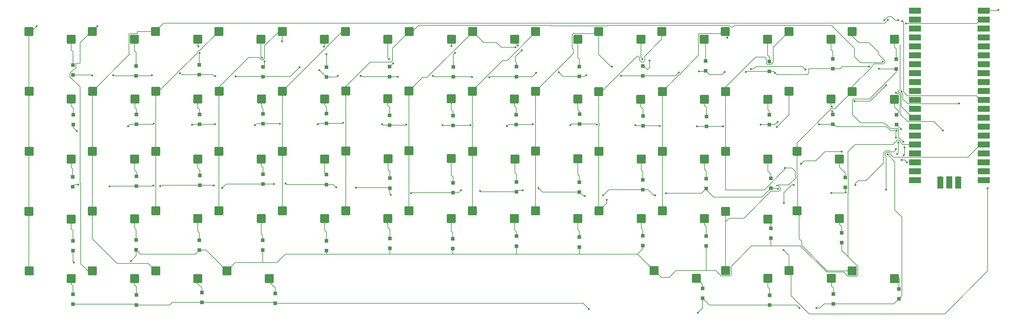
<source format=gbr>
%TF.GenerationSoftware,KiCad,Pcbnew,9.0.6*%
%TF.CreationDate,2025-12-29T17:27:32-05:00*%
%TF.ProjectId,keyboardepi pico,6b657962-6f61-4726-9465-706920706963,rev?*%
%TF.SameCoordinates,Original*%
%TF.FileFunction,Copper,L2,Bot*%
%TF.FilePolarity,Positive*%
%FSLAX46Y46*%
G04 Gerber Fmt 4.6, Leading zero omitted, Abs format (unit mm)*
G04 Created by KiCad (PCBNEW 9.0.6) date 2025-12-29 17:27:32*
%MOMM*%
%LPD*%
G01*
G04 APERTURE LIST*
G04 Aperture macros list*
%AMRoundRect*
0 Rectangle with rounded corners*
0 $1 Rounding radius*
0 $2 $3 $4 $5 $6 $7 $8 $9 X,Y pos of 4 corners*
0 Add a 4 corners polygon primitive as box body*
4,1,4,$2,$3,$4,$5,$6,$7,$8,$9,$2,$3,0*
0 Add four circle primitives for the rounded corners*
1,1,$1+$1,$2,$3*
1,1,$1+$1,$4,$5*
1,1,$1+$1,$6,$7*
1,1,$1+$1,$8,$9*
0 Add four rect primitives between the rounded corners*
20,1,$1+$1,$2,$3,$4,$5,0*
20,1,$1+$1,$4,$5,$6,$7,0*
20,1,$1+$1,$6,$7,$8,$9,0*
20,1,$1+$1,$8,$9,$2,$3,0*%
G04 Aperture macros list end*
%TA.AperFunction,SMDPad,CuDef*%
%ADD10RoundRect,0.250000X-1.025000X-1.000000X1.025000X-1.000000X1.025000X1.000000X-1.025000X1.000000X0*%
%TD*%
%TA.AperFunction,SMDPad,CuDef*%
%ADD11RoundRect,0.250000X0.300000X-0.300000X0.300000X0.300000X-0.300000X0.300000X-0.300000X-0.300000X0*%
%TD*%
%TA.AperFunction,ComponentPad*%
%ADD12O,1.700000X1.700000*%
%TD*%
%TA.AperFunction,SMDPad,CuDef*%
%ADD13R,3.500000X1.700000*%
%TD*%
%TA.AperFunction,ComponentPad*%
%ADD14R,1.700000X1.700000*%
%TD*%
%TA.AperFunction,SMDPad,CuDef*%
%ADD15R,1.700000X3.500000*%
%TD*%
%TA.AperFunction,ViaPad*%
%ADD16C,0.600000*%
%TD*%
%TA.AperFunction,Conductor*%
%ADD17C,0.200000*%
%TD*%
G04 APERTURE END LIST*
D10*
%TO.P,S41,1,1*%
%TO.N,col10*%
X179000000Y-54000000D03*
%TO.P,S41,2,2*%
%TO.N,Net-(D41-A)*%
X191000000Y-56200000D03*
%TD*%
%TO.P,S24,1,1*%
%TO.N,col8*%
X143000000Y-36900000D03*
%TO.P,S24,2,2*%
%TO.N,Net-(D24-A)*%
X155000000Y-39100000D03*
%TD*%
%TO.P,S4,1,1*%
%TO.N,col3*%
X70949000Y-19890000D03*
%TO.P,S4,2,2*%
%TO.N,Net-(D4-A)*%
X82949000Y-22090000D03*
%TD*%
%TO.P,S15,1,1*%
%TO.N,col14*%
X251000000Y-19900000D03*
%TO.P,S15,2,2*%
%TO.N,Net-(D15-A)*%
X263000000Y-22100000D03*
%TD*%
%TO.P,S10,1,1*%
%TO.N,col9*%
X178910000Y-19900000D03*
%TO.P,S10,2,2*%
%TO.N,Net-(D10-A)*%
X190910000Y-22100000D03*
%TD*%
%TO.P,S52,1,1*%
%TO.N,col6*%
X107000000Y-71000000D03*
%TO.P,S52,2,2*%
%TO.N,Net-(D52-A)*%
X119000000Y-73200000D03*
%TD*%
%TO.P,S31,1,1*%
%TO.N,col0*%
X17000000Y-54000000D03*
%TO.P,S31,2,2*%
%TO.N,Net-(D31-A)*%
X29000000Y-56200000D03*
%TD*%
%TO.P,S5,1,1*%
%TO.N,col4*%
X88979000Y-19890000D03*
%TO.P,S5,2,2*%
%TO.N,Net-(D5-A)*%
X100979000Y-22090000D03*
%TD*%
%TO.P,S58,1,1*%
%TO.N,col12*%
X215000000Y-71100000D03*
%TO.P,S58,2,2*%
%TO.N,Net-(D58-A)*%
X227000000Y-73300000D03*
%TD*%
%TO.P,S56,1,1*%
%TO.N,col10*%
X178990000Y-71000000D03*
%TO.P,S56,2,2*%
%TO.N,Net-(D56-A)*%
X190990000Y-73200000D03*
%TD*%
%TO.P,S19,1,1*%
%TO.N,col3*%
X53000000Y-36950000D03*
%TO.P,S19,2,2*%
%TO.N,Net-(D19-A)*%
X65000000Y-39150000D03*
%TD*%
%TO.P,S73,1,1*%
%TO.N,col12*%
X215000000Y-88000000D03*
%TO.P,S73,2,2*%
%TO.N,Net-(D73-A)*%
X227000000Y-90200000D03*
%TD*%
%TO.P,S22,1,1*%
%TO.N,col6*%
X107000000Y-36850000D03*
%TO.P,S22,2,2*%
%TO.N,Net-(D22-A)*%
X119000000Y-39050000D03*
%TD*%
%TO.P,S45,1,1*%
%TO.N,col14*%
X235300000Y-54050000D03*
%TO.P,S45,2,2*%
%TO.N,Net-(D45-A)*%
X247300000Y-56250000D03*
%TD*%
%TO.P,S75,1,1*%
%TO.N,col14*%
X251010000Y-88050000D03*
%TO.P,S75,2,2*%
%TO.N,Net-(D75-A)*%
X263010000Y-90250000D03*
%TD*%
%TO.P,S34,1,1*%
%TO.N,col3*%
X53000000Y-54000000D03*
%TO.P,S34,2,2*%
%TO.N,Net-(D34-A)*%
X65000000Y-56200000D03*
%TD*%
%TO.P,S42,1,1*%
%TO.N,col11*%
X197000000Y-54000000D03*
%TO.P,S42,2,2*%
%TO.N,Net-(D42-A)*%
X209000000Y-56200000D03*
%TD*%
%TO.P,S20,1,1*%
%TO.N,col4*%
X71080000Y-36900000D03*
%TO.P,S20,2,2*%
%TO.N,Net-(D20-A)*%
X83080000Y-39100000D03*
%TD*%
%TO.P,S11,1,1*%
%TO.N,col10*%
X196900000Y-19900000D03*
%TO.P,S11,2,2*%
%TO.N,Net-(D11-A)*%
X208900000Y-22100000D03*
%TD*%
%TO.P,S62,1,1*%
%TO.N,col1*%
X35000000Y-88100000D03*
%TO.P,S62,2,2*%
%TO.N,Net-(D62-A)*%
X47000000Y-90300000D03*
%TD*%
%TO.P,S53,1,1*%
%TO.N,col7*%
X125000000Y-71000000D03*
%TO.P,S53,2,2*%
%TO.N,Net-(D53-A)*%
X137000000Y-73200000D03*
%TD*%
%TO.P,S46,1,1*%
%TO.N,col0*%
X16980000Y-71100000D03*
%TO.P,S46,2,2*%
%TO.N,Net-(D46-A)*%
X28980000Y-73300000D03*
%TD*%
%TO.P,S50,1,1*%
%TO.N,col4*%
X71000000Y-71000000D03*
%TO.P,S50,2,2*%
%TO.N,Net-(D50-A)*%
X83000000Y-73200000D03*
%TD*%
%TO.P,S49,1,1*%
%TO.N,col3*%
X53000000Y-71000000D03*
%TO.P,S49,2,2*%
%TO.N,Net-(D49-A)*%
X65000000Y-73200000D03*
%TD*%
%TO.P,S38,1,1*%
%TO.N,col7*%
X125000000Y-53900000D03*
%TO.P,S38,2,2*%
%TO.N,Net-(D38-A)*%
X137000000Y-56100000D03*
%TD*%
%TO.P,S43,1,1*%
%TO.N,col12*%
X214990000Y-54050000D03*
%TO.P,S43,2,2*%
%TO.N,Net-(D43-A)*%
X226990000Y-56250000D03*
%TD*%
%TO.P,S6,1,1*%
%TO.N,col5*%
X106979000Y-19890000D03*
%TO.P,S6,2,2*%
%TO.N,Net-(D6-A)*%
X118979000Y-22090000D03*
%TD*%
%TO.P,S13,1,1*%
%TO.N,col12*%
X233000000Y-19910000D03*
%TO.P,S13,2,2*%
%TO.N,Net-(D13-A)*%
X245000000Y-22110000D03*
%TD*%
%TO.P,S57,1,1*%
%TO.N,col11*%
X197000000Y-70950000D03*
%TO.P,S57,2,2*%
%TO.N,Net-(D57-A)*%
X209000000Y-73150000D03*
%TD*%
%TO.P,S61,1,1*%
%TO.N,col0*%
X17000000Y-88100000D03*
%TO.P,S61,2,2*%
%TO.N,Net-(D61-A)*%
X29000000Y-90300000D03*
%TD*%
%TO.P,S26,1,1*%
%TO.N,col10*%
X178900000Y-37000000D03*
%TO.P,S26,2,2*%
%TO.N,Net-(D26-A)*%
X190900000Y-39200000D03*
%TD*%
%TO.P,S23,1,1*%
%TO.N,col7*%
X125000000Y-36850000D03*
%TO.P,S23,2,2*%
%TO.N,Net-(D23-A)*%
X137000000Y-39050000D03*
%TD*%
%TO.P,S40,1,1*%
%TO.N,col9*%
X161010000Y-53950000D03*
%TO.P,S40,2,2*%
%TO.N,Net-(D40-A)*%
X173010000Y-56150000D03*
%TD*%
%TO.P,S51,1,1*%
%TO.N,col5*%
X89000000Y-71000000D03*
%TO.P,S51,2,2*%
%TO.N,Net-(D51-A)*%
X101000000Y-73200000D03*
%TD*%
%TO.P,S60,1,1*%
%TO.N,col14*%
X235300000Y-71000000D03*
%TO.P,S60,2,2*%
%TO.N,Net-(D60-A)*%
X247300000Y-73200000D03*
%TD*%
%TO.P,S63,1,1*%
%TO.N,col2*%
X53000000Y-88100000D03*
%TO.P,S63,2,2*%
%TO.N,Net-(D63-A)*%
X65000000Y-90300000D03*
%TD*%
%TO.P,S18,1,1*%
%TO.N,col2*%
X35080000Y-36900000D03*
%TO.P,S18,2,2*%
%TO.N,Net-(D18-A)*%
X47080000Y-39100000D03*
%TD*%
%TO.P,S28,1,1*%
%TO.N,col12*%
X215000000Y-37000000D03*
%TO.P,S28,2,2*%
%TO.N,Net-(D28-A)*%
X227000000Y-39200000D03*
%TD*%
%TO.P,S37,1,1*%
%TO.N,col6*%
X107050000Y-53950000D03*
%TO.P,S37,2,2*%
%TO.N,Net-(D37-A)*%
X119050000Y-56150000D03*
%TD*%
%TO.P,S7,1,1*%
%TO.N,col6*%
X125080000Y-19880000D03*
%TO.P,S7,2,2*%
%TO.N,Net-(D7-A)*%
X137080000Y-22080000D03*
%TD*%
%TO.P,S33,1,1*%
%TO.N,col2*%
X35010000Y-54000000D03*
%TO.P,S33,2,2*%
%TO.N,Net-(D33-A)*%
X47010000Y-56200000D03*
%TD*%
%TO.P,S39,1,1*%
%TO.N,col8*%
X143100000Y-54000000D03*
%TO.P,S39,2,2*%
%TO.N,Net-(D39-A)*%
X155100000Y-56200000D03*
%TD*%
%TO.P,S17,1,1*%
%TO.N,row3*%
X194706250Y-88000000D03*
%TO.P,S17,2,2*%
%TO.N,Net-(D68-A)*%
X206706250Y-90200000D03*
%TD*%
%TO.P,S1,1,1*%
%TO.N,col0*%
X16949000Y-19890000D03*
%TO.P,S1,2,2*%
%TO.N,Net-(D1-A)*%
X28949000Y-22090000D03*
%TD*%
%TO.P,S30,1,1*%
%TO.N,col14*%
X251000000Y-37000000D03*
%TO.P,S30,2,2*%
%TO.N,Net-(D30-A)*%
X263000000Y-39200000D03*
%TD*%
%TO.P,S54,1,1*%
%TO.N,col8*%
X143000000Y-71000000D03*
%TO.P,S54,2,2*%
%TO.N,Net-(D54-A)*%
X155000000Y-73200000D03*
%TD*%
%TO.P,S14,1,1*%
%TO.N,col13*%
X233000000Y-36950000D03*
%TO.P,S14,2,2*%
%TO.N,Net-(D120-A)*%
X245000000Y-39150000D03*
%TD*%
%TO.P,S29,1,1*%
%TO.N,row3*%
X73243750Y-88050000D03*
%TO.P,S29,2,2*%
%TO.N,Net-(D121-A)*%
X85243750Y-90250000D03*
%TD*%
%TO.P,S25,1,1*%
%TO.N,col9*%
X161000000Y-36950000D03*
%TO.P,S25,2,2*%
%TO.N,Net-(D25-A)*%
X173000000Y-39150000D03*
%TD*%
%TO.P,S8,1,1*%
%TO.N,col7*%
X143079000Y-19890000D03*
%TO.P,S8,2,2*%
%TO.N,Net-(D8-A)*%
X155079000Y-22090000D03*
%TD*%
%TO.P,S16,1,1*%
%TO.N,col0*%
X17000000Y-36900000D03*
%TO.P,S16,2,2*%
%TO.N,Net-(D16-A)*%
X29000000Y-39100000D03*
%TD*%
%TO.P,S48,1,1*%
%TO.N,col2*%
X35010000Y-71050000D03*
%TO.P,S48,2,2*%
%TO.N,Net-(D48-A)*%
X47010000Y-73250000D03*
%TD*%
%TO.P,S3,1,1*%
%TO.N,col2*%
X52959000Y-19890000D03*
%TO.P,S3,2,2*%
%TO.N,Net-(D3-A)*%
X64959000Y-22090000D03*
%TD*%
%TO.P,S12,1,1*%
%TO.N,col11*%
X214900000Y-19900000D03*
%TO.P,S12,2,2*%
%TO.N,Net-(D12-A)*%
X226900000Y-22100000D03*
%TD*%
%TO.P,S2,1,1*%
%TO.N,col1*%
X34949000Y-19890000D03*
%TO.P,S2,2,2*%
%TO.N,Net-(D2-A)*%
X46949000Y-22090000D03*
%TD*%
%TO.P,S21,1,1*%
%TO.N,col5*%
X89000000Y-36900000D03*
%TO.P,S21,2,2*%
%TO.N,Net-(D21-A)*%
X101000000Y-39100000D03*
%TD*%
%TO.P,S27,1,1*%
%TO.N,col11*%
X197000000Y-37000000D03*
%TO.P,S27,2,2*%
%TO.N,Net-(D27-A)*%
X209000000Y-39200000D03*
%TD*%
%TO.P,S35,1,1*%
%TO.N,col4*%
X71000000Y-54000000D03*
%TO.P,S35,2,2*%
%TO.N,Net-(D35-A)*%
X83000000Y-56200000D03*
%TD*%
%TO.P,S74,1,1*%
%TO.N,col13*%
X233010000Y-88000000D03*
%TO.P,S74,2,2*%
%TO.N,Net-(D74-A)*%
X245010000Y-90200000D03*
%TD*%
%TO.P,S36,1,1*%
%TO.N,col5*%
X89000000Y-54000000D03*
%TO.P,S36,2,2*%
%TO.N,Net-(D36-A)*%
X101000000Y-56200000D03*
%TD*%
%TO.P,S9,1,1*%
%TO.N,col8*%
X160979000Y-19900000D03*
%TO.P,S9,2,2*%
%TO.N,Net-(D9-A)*%
X172979000Y-22100000D03*
%TD*%
%TO.P,S55,1,1*%
%TO.N,col9*%
X161000000Y-71000000D03*
%TO.P,S55,2,2*%
%TO.N,Net-(D55-A)*%
X173000000Y-73200000D03*
%TD*%
D11*
%TO.P,D15,1,K*%
%TO.N,row0*%
X263499600Y-30584600D03*
%TO.P,D15,2,A*%
%TO.N,Net-(D15-A)*%
X263499600Y-27784600D03*
%TD*%
%TO.P,D31,1,K*%
%TO.N,row2*%
X29413200Y-64087200D03*
%TO.P,D31,2,A*%
%TO.N,Net-(D31-A)*%
X29413200Y-61287200D03*
%TD*%
%TO.P,D68,1,K*%
%TO.N,row4*%
X208457800Y-95888000D03*
%TO.P,D68,2,A*%
%TO.N,Net-(D68-A)*%
X208457800Y-93088000D03*
%TD*%
%TO.P,D12,1,K*%
%TO.N,row0*%
X227406200Y-31245000D03*
%TO.P,D12,2,A*%
%TO.N,Net-(D12-A)*%
X227406200Y-28445000D03*
%TD*%
%TO.P,D7,1,K*%
%TO.N,row0*%
X137591800Y-32769000D03*
%TO.P,D7,2,A*%
%TO.N,Net-(D7-A)*%
X137591800Y-29969000D03*
%TD*%
%TO.P,D37,1,K*%
%TO.N,row2*%
X119557800Y-64493600D03*
%TO.P,D37,2,A*%
%TO.N,Net-(D37-A)*%
X119557800Y-61693600D03*
%TD*%
%TO.P,D2,1,K*%
%TO.N,row0*%
X47421800Y-32515000D03*
%TO.P,D2,2,A*%
%TO.N,Net-(D2-A)*%
X47421800Y-29715000D03*
%TD*%
%TO.P,D5,1,K*%
%TO.N,row0*%
X101498400Y-32845200D03*
%TO.P,D5,2,A*%
%TO.N,Net-(D5-A)*%
X101498400Y-30045200D03*
%TD*%
%TO.P,D63,1,K*%
%TO.N,row4*%
X66116200Y-97031000D03*
%TO.P,D63,2,A*%
%TO.N,Net-(D63-A)*%
X66116200Y-94231000D03*
%TD*%
%TO.P,D39,1,K*%
%TO.N,row2*%
X155575000Y-65560400D03*
%TO.P,D39,2,A*%
%TO.N,Net-(D39-A)*%
X155575000Y-62760400D03*
%TD*%
%TO.P,D22,1,K*%
%TO.N,row1*%
X119507000Y-46586600D03*
%TO.P,D22,2,A*%
%TO.N,Net-(D22-A)*%
X119507000Y-43786600D03*
%TD*%
%TO.P,D75,1,K*%
%TO.N,row4*%
X264287000Y-96065800D03*
%TO.P,D75,2,A*%
%TO.N,Net-(D75-A)*%
X264287000Y-93265800D03*
%TD*%
%TO.P,D21,1,K*%
%TO.N,row1*%
X101549200Y-46104000D03*
%TO.P,D21,2,A*%
%TO.N,Net-(D21-A)*%
X101549200Y-43304000D03*
%TD*%
%TO.P,D24,1,K*%
%TO.N,row1*%
X155473400Y-46437200D03*
%TO.P,D24,2,A*%
%TO.N,Net-(D24-A)*%
X155473400Y-43637200D03*
%TD*%
%TO.P,D43,1,K*%
%TO.N,row2*%
X227863400Y-64547400D03*
%TO.P,D43,2,A*%
%TO.N,Net-(D43-A)*%
X227863400Y-61747400D03*
%TD*%
%TO.P,D45,1,K*%
%TO.N,row2*%
X248996200Y-64265000D03*
%TO.P,D45,2,A*%
%TO.N,Net-(D45-A)*%
X248996200Y-61465000D03*
%TD*%
%TO.P,D8,1,K*%
%TO.N,row0*%
X155524200Y-32743600D03*
%TO.P,D8,2,A*%
%TO.N,Net-(D8-A)*%
X155524200Y-29943600D03*
%TD*%
%TO.P,D11,1,K*%
%TO.N,row0*%
X209346800Y-31095600D03*
%TO.P,D11,2,A*%
%TO.N,Net-(D11-A)*%
X209346800Y-28295600D03*
%TD*%
%TO.P,D41,1,K*%
%TO.N,row2*%
X191414400Y-64925400D03*
%TO.P,D41,2,A*%
%TO.N,Net-(D41-A)*%
X191414400Y-62125400D03*
%TD*%
%TO.P,D120,1,K*%
%TO.N,row1*%
X245440200Y-46307200D03*
%TO.P,D120,2,A*%
%TO.N,Net-(D120-A)*%
X245440200Y-43507200D03*
%TD*%
%TO.P,D27,1,K*%
%TO.N,row1*%
X209550000Y-46891400D03*
%TO.P,D27,2,A*%
%TO.N,Net-(D27-A)*%
X209550000Y-44091400D03*
%TD*%
%TO.P,D34,1,K*%
%TO.N,row2*%
X65582800Y-63680800D03*
%TO.P,D34,2,A*%
%TO.N,Net-(D34-A)*%
X65582800Y-60880800D03*
%TD*%
%TO.P,D30,1,K*%
%TO.N,row1*%
X263601200Y-46383400D03*
%TO.P,D30,2,A*%
%TO.N,Net-(D30-A)*%
X263601200Y-43583400D03*
%TD*%
%TO.P,D26,1,K*%
%TO.N,row1*%
X191541400Y-46764400D03*
%TO.P,D26,2,A*%
%TO.N,Net-(D26-A)*%
X191541400Y-43964400D03*
%TD*%
%TO.P,D61,1,K*%
%TO.N,row4*%
X29514800Y-97564400D03*
%TO.P,D61,2,A*%
%TO.N,Net-(D61-A)*%
X29514800Y-94764400D03*
%TD*%
%TO.P,D40,1,K*%
%TO.N,row2*%
X173456600Y-65611200D03*
%TO.P,D40,2,A*%
%TO.N,Net-(D40-A)*%
X173456600Y-62811200D03*
%TD*%
%TO.P,D6,1,K*%
%TO.N,row0*%
X119507000Y-32743600D03*
%TO.P,D6,2,A*%
%TO.N,Net-(D6-A)*%
X119507000Y-29943600D03*
%TD*%
%TO.P,D62,1,K*%
%TO.N,row4*%
X47498000Y-97767600D03*
%TO.P,D62,2,A*%
%TO.N,Net-(D62-A)*%
X47498000Y-94967600D03*
%TD*%
%TO.P,D36,1,K*%
%TO.N,row2*%
X101523800Y-63477600D03*
%TO.P,D36,2,A*%
%TO.N,Net-(D36-A)*%
X101523800Y-60677600D03*
%TD*%
%TO.P,D20,1,K*%
%TO.N,row1*%
X83540600Y-46180200D03*
%TO.P,D20,2,A*%
%TO.N,Net-(D20-A)*%
X83540600Y-43380200D03*
%TD*%
%TO.P,D54,1,K*%
%TO.N,row3*%
X155575000Y-81003600D03*
%TO.P,D54,2,A*%
%TO.N,Net-(D54-A)*%
X155575000Y-78203600D03*
%TD*%
%TO.P,D33,1,K*%
%TO.N,row2*%
X47523400Y-63960200D03*
%TO.P,D33,2,A*%
%TO.N,Net-(D33-A)*%
X47523400Y-61160200D03*
%TD*%
%TO.P,D55,1,K*%
%TO.N,row3*%
X173456600Y-81257600D03*
%TO.P,D55,2,A*%
%TO.N,Net-(D55-A)*%
X173456600Y-78457600D03*
%TD*%
%TO.P,D28,1,K*%
%TO.N,row1*%
X227457000Y-46383400D03*
%TO.P,D28,2,A*%
%TO.N,Net-(D28-A)*%
X227457000Y-43583400D03*
%TD*%
%TO.P,D50,1,K*%
%TO.N,row3*%
X83439000Y-82172000D03*
%TO.P,D50,2,A*%
%TO.N,Net-(D50-A)*%
X83439000Y-79372000D03*
%TD*%
%TO.P,D35,1,K*%
%TO.N,row2*%
X83489800Y-63325200D03*
%TO.P,D35,2,A*%
%TO.N,Net-(D35-A)*%
X83489800Y-60525200D03*
%TD*%
%TO.P,D1,1,K*%
%TO.N,row0*%
X29489400Y-32311800D03*
%TO.P,D1,2,A*%
%TO.N,Net-(D1-A)*%
X29489400Y-29511800D03*
%TD*%
D12*
%TO.P,U1,1,GPIO0*%
%TO.N,col0*%
X287496250Y-13970000D03*
D13*
X288396250Y-13970000D03*
D12*
%TO.P,U1,2,GPIO1*%
%TO.N,col1*%
X287496250Y-16510000D03*
D13*
X288396250Y-16510000D03*
D14*
%TO.P,U1,3,GND*%
%TO.N,unconnected-(U1-GND-Pad3)*%
X287496250Y-19050000D03*
D13*
X288396250Y-19050000D03*
D12*
%TO.P,U1,4,GPIO2*%
%TO.N,col2*%
X287496250Y-21590000D03*
D13*
X288396250Y-21590000D03*
D12*
%TO.P,U1,5,GPIO3*%
%TO.N,col3*%
X287496250Y-24130000D03*
D13*
X288396250Y-24130000D03*
D12*
%TO.P,U1,6,GPIO4*%
%TO.N,col4*%
X287496250Y-26670000D03*
D13*
X288396250Y-26670000D03*
D12*
%TO.P,U1,7,GPIO5*%
%TO.N,col5*%
X287496250Y-29210000D03*
D13*
X288396250Y-29210000D03*
D14*
%TO.P,U1,8,GND*%
%TO.N,unconnected-(U1-GND-Pad8)*%
X287496250Y-31750000D03*
D13*
X288396250Y-31750000D03*
D12*
%TO.P,U1,9,GPIO6*%
%TO.N,col6*%
X287496250Y-34290000D03*
D13*
X288396250Y-34290000D03*
D12*
%TO.P,U1,10,GPIO7*%
%TO.N,col7*%
X287496250Y-36830000D03*
D13*
X288396250Y-36830000D03*
D12*
%TO.P,U1,11,GPIO8*%
%TO.N,col8*%
X287496250Y-39370000D03*
D13*
X288396250Y-39370000D03*
D12*
%TO.P,U1,12,GPIO9*%
%TO.N,col9*%
X287496250Y-41910000D03*
D13*
X288396250Y-41910000D03*
D14*
%TO.P,U1,13,GND*%
%TO.N,unconnected-(U1-GND-Pad13)*%
X287496250Y-44450000D03*
D13*
X288396250Y-44450000D03*
D12*
%TO.P,U1,14,GPIO10*%
%TO.N,col10*%
X287496250Y-46990000D03*
D13*
X288396250Y-46990000D03*
D12*
%TO.P,U1,15,GPIO11*%
%TO.N,col11*%
X287496250Y-49530000D03*
D13*
X288396250Y-49530000D03*
D12*
%TO.P,U1,16,GPIO12*%
%TO.N,col12*%
X287496250Y-52070000D03*
D13*
X288396250Y-52070000D03*
D12*
%TO.P,U1,17,GPIO13*%
%TO.N,col13*%
X287496250Y-54610000D03*
D13*
X288396250Y-54610000D03*
D14*
%TO.P,U1,18,GND*%
%TO.N,unconnected-(U1-GND-Pad18)*%
X287496250Y-57150000D03*
D13*
X288396250Y-57150000D03*
D12*
%TO.P,U1,19,GPIO14*%
%TO.N,col14*%
X287496250Y-59690000D03*
D13*
X288396250Y-59690000D03*
D12*
%TO.P,U1,20,GPIO15*%
%TO.N,unconnected-(U1-GPIO15-Pad20)*%
X287496250Y-62230000D03*
D13*
X288396250Y-62230000D03*
D12*
%TO.P,U1,21,GPIO16*%
%TO.N,row0*%
X269716250Y-62230000D03*
D13*
X268816250Y-62230000D03*
D12*
%TO.P,U1,22,GPIO17*%
%TO.N,row1*%
X269716250Y-59690000D03*
D13*
X268816250Y-59690000D03*
D14*
%TO.P,U1,23,GND*%
%TO.N,unconnected-(U1-GND-Pad23)*%
X269716250Y-57150000D03*
D13*
X268816250Y-57150000D03*
D12*
%TO.P,U1,24,GPIO18*%
%TO.N,row2*%
X269716250Y-54610000D03*
D13*
X268816250Y-54610000D03*
D12*
%TO.P,U1,25,GPIO19*%
%TO.N,row3*%
X269716250Y-52070000D03*
D13*
X268816250Y-52070000D03*
D12*
%TO.P,U1,26,GPIO20*%
%TO.N,row4*%
X269716250Y-49530000D03*
D13*
X268816250Y-49530000D03*
D12*
%TO.P,U1,27,GPIO21*%
%TO.N,unconnected-(U1-GPIO21-Pad27)*%
X269716250Y-46990000D03*
D13*
X268816250Y-46990000D03*
D14*
%TO.P,U1,28,GND*%
%TO.N,unconnected-(U1-GND-Pad28)*%
X269716250Y-44450000D03*
D13*
X268816250Y-44450000D03*
D12*
%TO.P,U1,29,GPIO22*%
%TO.N,unconnected-(U1-GPIO22-Pad29)*%
X269716250Y-41910000D03*
D13*
X268816250Y-41910000D03*
D12*
%TO.P,U1,30,RUN*%
%TO.N,unconnected-(U1-RUN-Pad30)*%
X269716250Y-39370000D03*
D13*
X268816250Y-39370000D03*
D12*
%TO.P,U1,31,GPIO26_ADC0*%
%TO.N,unconnected-(U1-GPIO26_ADC0-Pad31)*%
X269716250Y-36830000D03*
D13*
X268816250Y-36830000D03*
D12*
%TO.P,U1,32,GPIO27_ADC1*%
%TO.N,unconnected-(U1-GPIO27_ADC1-Pad32)*%
X269716250Y-34290000D03*
D13*
X268816250Y-34290000D03*
D14*
%TO.P,U1,33,AGND*%
%TO.N,unconnected-(U1-AGND-Pad33)*%
X269716250Y-31750000D03*
D13*
X268816250Y-31750000D03*
D12*
%TO.P,U1,34,GPIO28_ADC2*%
%TO.N,unconnected-(U1-GPIO28_ADC2-Pad34)*%
X269716250Y-29210000D03*
D13*
X268816250Y-29210000D03*
D12*
%TO.P,U1,35,ADC_VREF*%
%TO.N,unconnected-(U1-ADC_VREF-Pad35)*%
X269716250Y-26670000D03*
D13*
X268816250Y-26670000D03*
D12*
%TO.P,U1,36,3V3*%
%TO.N,unconnected-(U1-3V3-Pad36)*%
X269716250Y-24130000D03*
D13*
X268816250Y-24130000D03*
D12*
%TO.P,U1,37,3V3_EN*%
%TO.N,unconnected-(U1-3V3_EN-Pad37)*%
X269716250Y-21590000D03*
D13*
X268816250Y-21590000D03*
D14*
%TO.P,U1,38,GND*%
%TO.N,unconnected-(U1-GND-Pad38)*%
X269716250Y-19050000D03*
D13*
X268816250Y-19050000D03*
D12*
%TO.P,U1,39,VSYS*%
%TO.N,unconnected-(U1-VSYS-Pad39)*%
X269716250Y-16510000D03*
D13*
X268816250Y-16510000D03*
D12*
%TO.P,U1,40,VBUS*%
%TO.N,unconnected-(U1-VBUS-Pad40)*%
X269716250Y-13970000D03*
D13*
X268816250Y-13970000D03*
D12*
%TO.P,U1,41,SWCLK*%
%TO.N,unconnected-(U1-SWCLK-Pad41)*%
X281146250Y-62000000D03*
D15*
X281146250Y-62900000D03*
D14*
%TO.P,U1,42,GND*%
%TO.N,unconnected-(U1-GND-Pad42)*%
X278606250Y-62000000D03*
D15*
X278606250Y-62900000D03*
D12*
%TO.P,U1,43,SWDIO*%
%TO.N,unconnected-(U1-SWDIO-Pad43)*%
X276066250Y-62000000D03*
D15*
X276066250Y-62900000D03*
%TD*%
D11*
%TO.P,D18,1,K*%
%TO.N,row1*%
X47523400Y-46310200D03*
%TO.P,D18,2,A*%
%TO.N,Net-(D18-A)*%
X47523400Y-43510200D03*
%TD*%
%TO.P,D74,1,K*%
%TO.N,row4*%
X245618000Y-97488200D03*
%TO.P,D74,2,A*%
%TO.N,Net-(D74-A)*%
X245618000Y-94688200D03*
%TD*%
%TO.P,D3,1,K*%
%TO.N,row0*%
X65405000Y-32159400D03*
%TO.P,D3,2,A*%
%TO.N,Net-(D3-A)*%
X65405000Y-29359400D03*
%TD*%
%TO.P,D13,1,K*%
%TO.N,row0*%
X245491000Y-30486000D03*
%TO.P,D13,2,A*%
%TO.N,Net-(D13-A)*%
X245491000Y-27686000D03*
%TD*%
%TO.P,D38,1,K*%
%TO.N,row2*%
X137490200Y-65814400D03*
%TO.P,D38,2,A*%
%TO.N,Net-(D38-A)*%
X137490200Y-63014400D03*
%TD*%
%TO.P,D4,1,K*%
%TO.N,row0*%
X83464400Y-32769000D03*
%TO.P,D4,2,A*%
%TO.N,Net-(D4-A)*%
X83464400Y-29969000D03*
%TD*%
%TO.P,D25,1,K*%
%TO.N,row1*%
X173482000Y-46281800D03*
%TO.P,D25,2,A*%
%TO.N,Net-(D25-A)*%
X173482000Y-43481800D03*
%TD*%
%TO.P,D58,1,K*%
%TO.N,row3*%
X227888800Y-78743000D03*
%TO.P,D58,2,A*%
%TO.N,Net-(D58-A)*%
X227888800Y-75943000D03*
%TD*%
%TO.P,D23,1,K*%
%TO.N,row1*%
X137515600Y-46688200D03*
%TO.P,D23,2,A*%
%TO.N,Net-(D23-A)*%
X137515600Y-43888200D03*
%TD*%
%TO.P,D57,1,K*%
%TO.N,row3*%
X209524600Y-80952800D03*
%TO.P,D57,2,A*%
%TO.N,Net-(D57-A)*%
X209524600Y-78152800D03*
%TD*%
%TO.P,D56,1,K*%
%TO.N,row3*%
X191465200Y-80851200D03*
%TO.P,D56,2,A*%
%TO.N,Net-(D56-A)*%
X191465200Y-78051200D03*
%TD*%
%TO.P,D52,1,K*%
%TO.N,row3*%
X119557800Y-81638600D03*
%TO.P,D52,2,A*%
%TO.N,Net-(D52-A)*%
X119557800Y-78838600D03*
%TD*%
%TO.P,D51,1,K*%
%TO.N,row3*%
X101498400Y-82324400D03*
%TO.P,D51,2,A*%
%TO.N,Net-(D51-A)*%
X101498400Y-79524400D03*
%TD*%
%TO.P,D60,1,K*%
%TO.N,row3*%
X248005600Y-80063800D03*
%TO.P,D60,2,A*%
%TO.N,Net-(D60-A)*%
X248005600Y-77263800D03*
%TD*%
%TO.P,D53,1,K*%
%TO.N,row3*%
X137414000Y-81714800D03*
%TO.P,D53,2,A*%
%TO.N,Net-(D53-A)*%
X137414000Y-78914800D03*
%TD*%
%TO.P,D42,1,K*%
%TO.N,row2*%
X209524600Y-64595200D03*
%TO.P,D42,2,A*%
%TO.N,Net-(D42-A)*%
X209524600Y-61795200D03*
%TD*%
%TO.P,D9,1,K*%
%TO.N,row0*%
X173456600Y-32718200D03*
%TO.P,D9,2,A*%
%TO.N,Net-(D9-A)*%
X173456600Y-29918200D03*
%TD*%
%TO.P,D10,1,K*%
%TO.N,row0*%
X191414400Y-32515000D03*
%TO.P,D10,2,A*%
%TO.N,Net-(D10-A)*%
X191414400Y-29715000D03*
%TD*%
%TO.P,D73,1,K*%
%TO.N,row4*%
X227533200Y-97818400D03*
%TO.P,D73,2,A*%
%TO.N,Net-(D73-A)*%
X227533200Y-95018400D03*
%TD*%
%TO.P,D46,1,K*%
%TO.N,row3*%
X29514800Y-82349800D03*
%TO.P,D46,2,A*%
%TO.N,Net-(D46-A)*%
X29514800Y-79549800D03*
%TD*%
%TO.P,D49,1,K*%
%TO.N,row3*%
X65405000Y-82172000D03*
%TO.P,D49,2,A*%
%TO.N,Net-(D49-A)*%
X65405000Y-79372000D03*
%TD*%
%TO.P,D121,1,K*%
%TO.N,row4*%
X86944200Y-97310400D03*
%TO.P,D121,2,A*%
%TO.N,Net-(D121-A)*%
X86944200Y-94510400D03*
%TD*%
%TO.P,D16,1,K*%
%TO.N,row1*%
X29565600Y-46434200D03*
%TO.P,D16,2,A*%
%TO.N,Net-(D16-A)*%
X29565600Y-43634200D03*
%TD*%
%TO.P,D48,1,K*%
%TO.N,row3*%
X47472600Y-82095800D03*
%TO.P,D48,2,A*%
%TO.N,Net-(D48-A)*%
X47472600Y-79295800D03*
%TD*%
%TO.P,D19,1,K*%
%TO.N,row1*%
X65506600Y-46332600D03*
%TO.P,D19,2,A*%
%TO.N,Net-(D19-A)*%
X65506600Y-43532600D03*
%TD*%
D16*
%TO.N,row0*%
X255803400Y-29895800D03*
X69977000Y-32613600D03*
X93954600Y-30073600D03*
X207441800Y-31292800D03*
X111302800Y-32562800D03*
X229057200Y-31673800D03*
X104749600Y-32537400D03*
X214757000Y-31445200D03*
X51943000Y-32385000D03*
X161112200Y-31699200D03*
X185267600Y-32512000D03*
X258572000Y-30530800D03*
X201701400Y-31623000D03*
X142976600Y-32842200D03*
X75692000Y-32689800D03*
X147828000Y-32918400D03*
X175336200Y-32359600D03*
X265506200Y-51333400D03*
X131724400Y-32537400D03*
X59893200Y-31775400D03*
X99466400Y-30962600D03*
X167563800Y-31546800D03*
X121894600Y-32766000D03*
X40944800Y-32385000D03*
X34950400Y-32435800D03*
X265627806Y-55103777D03*
X265912600Y-52933600D03*
X220726000Y-31394400D03*
%TO.N,Net-(D3-A)*%
X65506600Y-26009600D03*
X65151000Y-24155400D03*
%TO.N,Net-(D4-A)*%
X83235800Y-27330400D03*
X83947000Y-28422600D03*
%TO.N,Net-(D5-A)*%
X100888800Y-24257000D03*
X101549200Y-26339800D03*
%TO.N,Net-(D6-A)*%
X119303800Y-27813000D03*
X120472200Y-28956000D03*
%TO.N,Net-(D7-A)*%
X137134600Y-24104600D03*
X138125200Y-25984200D03*
%TO.N,Net-(D8-A)*%
X157099000Y-25273000D03*
X156006800Y-23876000D03*
%TO.N,Net-(D10-A)*%
X193421000Y-28186000D03*
X191389000Y-27814000D03*
%TO.N,row1*%
X160248600Y-46329600D03*
X263550400Y-48133000D03*
X69875400Y-46304200D03*
X30556200Y-48260000D03*
X225018600Y-46431200D03*
X263753600Y-54762400D03*
X117398800Y-46355000D03*
X264998200Y-56515000D03*
X178409600Y-46431200D03*
X88290400Y-46126400D03*
X206883000Y-46939200D03*
X106273600Y-45923200D03*
X99060000Y-46304200D03*
X134569200Y-46609000D03*
X196240400Y-46812200D03*
X264083800Y-51511200D03*
X45110400Y-46964600D03*
X266566248Y-57150000D03*
X124206000Y-46456600D03*
X81203800Y-46609000D03*
X264820400Y-47726600D03*
X263423400Y-50114200D03*
X214299800Y-46939200D03*
X52400200Y-46151800D03*
X152831800Y-46837600D03*
X63373000Y-46507400D03*
X241604800Y-46355000D03*
X189357000Y-46609000D03*
X229793800Y-45643800D03*
X170865800Y-46558200D03*
X142519400Y-46609000D03*
%TO.N,row2*%
X251891800Y-63627000D03*
X52349400Y-63754000D03*
X86639400Y-63373000D03*
X157302200Y-65151000D03*
X89916000Y-63195200D03*
X175031400Y-66725800D03*
X198018400Y-66014600D03*
X54330600Y-63931800D03*
X31013400Y-63525400D03*
X245084600Y-65913000D03*
X263433800Y-53335219D03*
X119862600Y-66421000D03*
X194970400Y-66598800D03*
X180213000Y-66548000D03*
X125603000Y-66014600D03*
X39903400Y-64008000D03*
X71882000Y-64414400D03*
X249174000Y-65735200D03*
X104292400Y-64287400D03*
X69520251Y-63800151D03*
X109880400Y-64363600D03*
X139776200Y-65100200D03*
X161848800Y-64516000D03*
X229920800Y-64693800D03*
X145186400Y-65328800D03*
%TO.N,row3*%
X45999400Y-85242400D03*
X29718000Y-85699600D03*
%TO.N,row4*%
X261010400Y-54914800D03*
X240817400Y-98679000D03*
X207137000Y-99974400D03*
X176149000Y-98933000D03*
X236016800Y-98679000D03*
%TO.N,col0*%
X19170388Y-18355748D03*
X292582600Y-13741400D03*
%TO.N,col1*%
X266297619Y-17654494D03*
X36449000Y-18389600D03*
%TO.N,col2*%
X261152520Y-16626720D03*
%TO.N,col3*%
X70949000Y-19890000D03*
%TO.N,col4*%
X88925400Y-22682200D03*
%TO.N,col5*%
X106979000Y-19890000D03*
%TO.N,col6*%
X264987950Y-36891865D03*
X259664200Y-28498800D03*
X281406600Y-40436800D03*
%TO.N,col7*%
X155295600Y-24434800D03*
%TO.N,col8*%
X260121400Y-16738600D03*
X160979000Y-19900000D03*
X265226800Y-16992600D03*
X264109200Y-16738600D03*
%TO.N,col9*%
X182727600Y-29946600D03*
X222182881Y-30595000D03*
X251688600Y-39725600D03*
X237667800Y-30759400D03*
X263403800Y-37389018D03*
X260604000Y-35280600D03*
X276783800Y-48107600D03*
%TO.N,col10*%
X181229000Y-67868800D03*
%TO.N,col11*%
X215519000Y-21666200D03*
%TO.N,col12*%
X248031000Y-54152800D03*
X236448600Y-57581800D03*
X260604000Y-64922400D03*
X231876600Y-58749000D03*
%TO.N,col14*%
X250721023Y-37278977D03*
%TO.N,col13*%
X231495600Y-82143600D03*
X289460200Y-64530843D03*
X234365800Y-63576200D03*
X229539800Y-47091600D03*
X231546400Y-68783200D03*
%TO.N,Net-(D120-A)*%
X245193879Y-41345800D03*
X245262400Y-42595800D03*
%TD*%
D17*
%TO.N,row4*%
X265138000Y-95214800D02*
X264287000Y-96065800D01*
X265138000Y-72733000D02*
X265138000Y-95214800D01*
X263118600Y-70713600D02*
X265138000Y-72733000D01*
X263118600Y-57023000D02*
X263118600Y-70713600D01*
X261010400Y-54914800D02*
X263118600Y-57023000D01*
%TO.N,row1*%
X265880448Y-56464200D02*
X265049000Y-56464200D01*
X265049000Y-56464200D02*
X264998200Y-56515000D01*
X266566248Y-57150000D02*
X265880448Y-56464200D01*
%TO.N,col0*%
X292354000Y-13970000D02*
X292582600Y-13741400D01*
X287496250Y-13970000D02*
X292354000Y-13970000D01*
%TO.N,col8*%
X265645800Y-17411600D02*
X265226800Y-16992600D01*
X287496250Y-39370000D02*
X286302450Y-38176200D01*
X286302450Y-38176200D02*
X266598400Y-38176200D01*
X266598400Y-38176200D02*
X265645800Y-37223600D01*
X265645800Y-37223600D02*
X265645800Y-17411600D01*
X263179800Y-16738600D02*
X264109200Y-16738600D01*
X262113000Y-15671800D02*
X263179800Y-16738600D01*
X261188200Y-15671800D02*
X262113000Y-15671800D01*
X260121400Y-16738600D02*
X261188200Y-15671800D01*
%TO.N,col2*%
X52959000Y-19812000D02*
X55245000Y-17526000D01*
X260253240Y-17526000D02*
X261152520Y-16626720D01*
X55245000Y-17526000D02*
X260253240Y-17526000D01*
%TO.N,row0*%
X34826400Y-32311800D02*
X29489400Y-32311800D01*
X228628400Y-31245000D02*
X229057200Y-31673800D01*
X47421800Y-32515000D02*
X41074800Y-32515000D01*
X263819639Y-47483000D02*
X264200400Y-47863761D01*
X148002800Y-32743600D02*
X147828000Y-32918400D01*
X265749023Y-55103777D02*
X265627806Y-55103777D01*
X247472200Y-30556200D02*
X247402000Y-30486000D01*
X238172000Y-32211000D02*
X229594400Y-32211000D01*
X255910057Y-39124600D02*
X251439657Y-39124600D01*
X121872200Y-32743600D02*
X119507000Y-32743600D01*
X227406200Y-31245000D02*
X228628400Y-31245000D01*
X214001200Y-32201000D02*
X210452200Y-32201000D01*
X251087600Y-39476657D02*
X251087600Y-43654878D01*
X210452200Y-32201000D02*
X209346800Y-31095600D01*
X160067800Y-32743600D02*
X155524200Y-32743600D01*
X260905686Y-46599000D02*
X261789686Y-47483000D01*
X200809400Y-32515000D02*
X201701400Y-31623000D01*
X251439657Y-39124600D02*
X251087600Y-39476657D01*
X264200400Y-50027600D02*
X265506200Y-51333400D01*
X258597400Y-30530800D02*
X258651200Y-30584600D01*
X238639000Y-31744000D02*
X238172000Y-32211000D01*
X261789686Y-47483000D02*
X263819639Y-47483000D01*
X173456600Y-32718200D02*
X168735200Y-32718200D01*
X69977000Y-32613600D02*
X69596000Y-32613600D01*
X83464400Y-32769000D02*
X83385200Y-32689800D01*
X263499600Y-30584600D02*
X263499600Y-31535057D01*
X185270600Y-32515000D02*
X185267600Y-32512000D01*
X220875400Y-31245000D02*
X220726000Y-31394400D01*
X51813000Y-32515000D02*
X47421800Y-32515000D01*
X34950400Y-32435800D02*
X34826400Y-32311800D01*
X191414400Y-32515000D02*
X185270600Y-32515000D01*
X214757000Y-31445200D02*
X214001200Y-32201000D01*
X91313000Y-32715200D02*
X85344000Y-32715200D01*
X111483600Y-32743600D02*
X111302800Y-32562800D01*
X85290200Y-32769000D02*
X83464400Y-32769000D01*
X69141800Y-32159400D02*
X65405000Y-32159400D01*
X255803400Y-29895800D02*
X255800200Y-29899000D01*
X258651200Y-30584600D02*
X263499600Y-30584600D01*
X119507000Y-32743600D02*
X111483600Y-32743600D01*
X263499600Y-31535057D02*
X255910057Y-39124600D01*
X209149600Y-31292800D02*
X209346800Y-31095600D01*
X99615800Y-30962600D02*
X99466400Y-30962600D01*
X142976600Y-32842200D02*
X142903400Y-32769000D01*
X142903400Y-32769000D02*
X137591800Y-32769000D01*
X253308722Y-45876000D02*
X260048800Y-45876000D01*
X131956000Y-32769000D02*
X131724400Y-32537400D01*
X155524200Y-32743600D02*
X148002800Y-32743600D01*
X174977600Y-32718200D02*
X173456600Y-32718200D01*
X137591800Y-32769000D02*
X131956000Y-32769000D01*
X247402000Y-30486000D02*
X245491000Y-30486000D01*
X69596000Y-32613600D02*
X69141800Y-32159400D01*
X260771800Y-46599000D02*
X260905686Y-46599000D01*
X229594400Y-32211000D02*
X229057200Y-31673800D01*
X251087600Y-43654878D02*
X253308722Y-45876000D01*
X83385200Y-32689800D02*
X75692000Y-32689800D01*
X238639000Y-30486000D02*
X238639000Y-31744000D01*
X101498400Y-32845200D02*
X99615800Y-30962600D01*
X41074800Y-32515000D02*
X40944800Y-32385000D01*
X168735200Y-32718200D02*
X167563800Y-31546800D01*
X264200400Y-47863761D02*
X264200400Y-50027600D01*
X227406200Y-31245000D02*
X220875400Y-31245000D01*
X245491000Y-30486000D02*
X238639000Y-30486000D01*
X265912600Y-52933600D02*
X265912600Y-54940200D01*
X60277200Y-32159400D02*
X59893200Y-31775400D01*
X104441800Y-32845200D02*
X101498400Y-32845200D01*
X51943000Y-32385000D02*
X51813000Y-32515000D01*
X121894600Y-32766000D02*
X121872200Y-32743600D01*
X260048800Y-45876000D02*
X260771800Y-46599000D01*
X104749600Y-32537400D02*
X104441800Y-32845200D01*
X93954600Y-30073600D02*
X91313000Y-32715200D01*
X161112200Y-31699200D02*
X160067800Y-32743600D01*
X258572000Y-30530800D02*
X258597400Y-30530800D01*
X85344000Y-32715200D02*
X85290200Y-32769000D01*
X65405000Y-32159400D02*
X60277200Y-32159400D01*
X265912600Y-54940200D02*
X265749023Y-55103777D01*
X248129400Y-29899000D02*
X247472200Y-30556200D01*
X191414400Y-32515000D02*
X200809400Y-32515000D01*
X207441800Y-31292800D02*
X209149600Y-31292800D01*
X175336200Y-32359600D02*
X174977600Y-32718200D01*
X255800200Y-29899000D02*
X248129400Y-29899000D01*
%TO.N,Net-(D1-A)*%
X28949000Y-25127600D02*
X28949000Y-22090000D01*
X29489400Y-25668000D02*
X28949000Y-25127600D01*
X29489400Y-29511800D02*
X29489400Y-25668000D01*
%TO.N,Net-(D2-A)*%
X47421800Y-25831799D02*
X47421800Y-29715000D01*
X46949000Y-22090000D02*
X46949000Y-25359000D01*
X46949000Y-25359000D02*
X47421800Y-25831799D01*
%TO.N,Net-(D3-A)*%
X64959000Y-23963400D02*
X64959000Y-22090000D01*
X65405000Y-26111200D02*
X65405000Y-29359400D01*
X65151000Y-24155400D02*
X64959000Y-23963400D01*
X65506600Y-26009600D02*
X65405000Y-26111200D01*
%TO.N,Net-(D4-A)*%
X82949000Y-27043600D02*
X83134200Y-27228800D01*
X82949000Y-22090000D02*
X82949000Y-27043600D01*
X83947000Y-29486400D02*
X83464400Y-29969000D01*
X83134200Y-27228800D02*
X83235800Y-27330400D01*
X83947000Y-28422600D02*
X83947000Y-29486400D01*
%TO.N,Net-(D5-A)*%
X101498400Y-30045200D02*
X101498400Y-26390600D01*
X100979000Y-24166800D02*
X100979000Y-22090000D01*
X100888800Y-24257000D02*
X100979000Y-24166800D01*
X101498400Y-26390600D02*
X101549200Y-26339800D01*
%TO.N,Net-(D6-A)*%
X118979000Y-22090000D02*
X118979000Y-27488200D01*
X120472200Y-28956000D02*
X120472200Y-28978400D01*
X120472200Y-28978400D02*
X119507000Y-29943600D01*
X118979000Y-27488200D02*
X119303800Y-27813000D01*
%TO.N,Net-(D7-A)*%
X137591800Y-28448000D02*
X137591800Y-29969000D01*
X137134600Y-24104600D02*
X137080000Y-24050000D01*
X137566400Y-28422600D02*
X137591800Y-28448000D01*
X137080000Y-24050000D02*
X137080000Y-22080000D01*
X137566400Y-26543000D02*
X138125200Y-25984200D01*
X137566400Y-28422600D02*
X137566400Y-26543000D01*
%TO.N,Net-(D8-A)*%
X155524200Y-28752800D02*
X155524200Y-29943600D01*
X155219400Y-28448000D02*
X155524200Y-28752800D01*
X155219400Y-27152600D02*
X155219400Y-28448000D01*
X157099000Y-25273000D02*
X155219400Y-27152600D01*
X155079000Y-22948200D02*
X156006800Y-23876000D01*
%TO.N,Net-(D9-A)*%
X172979000Y-27335400D02*
X172979000Y-22100000D01*
X173456600Y-29918200D02*
X173456600Y-27813000D01*
X173456600Y-27813000D02*
X172979000Y-27335400D01*
%TO.N,Net-(D10-A)*%
X193421000Y-30175200D02*
X192811400Y-30784800D01*
X192811400Y-30784800D02*
X191741600Y-29715000D01*
X190910000Y-27335000D02*
X191389000Y-27814000D01*
X191741600Y-29715000D02*
X191414400Y-29715000D01*
X190910000Y-22100000D02*
X190910000Y-27335000D01*
X193421000Y-28186000D02*
X193421000Y-30175200D01*
%TO.N,Net-(D11-A)*%
X209346800Y-28295600D02*
X209346800Y-22546800D01*
X209346800Y-22546800D02*
X208900000Y-22100000D01*
%TO.N,Net-(D12-A)*%
X227406200Y-27533600D02*
X227406200Y-28445000D01*
X226900000Y-26570200D02*
X227634800Y-27305000D01*
X226900000Y-22100000D02*
X226900000Y-26570200D01*
X227634800Y-27305000D02*
X227406200Y-27533600D01*
%TO.N,Net-(D13-A)*%
X245491000Y-25603200D02*
X245491000Y-27686000D01*
X245000000Y-25112200D02*
X245491000Y-25603200D01*
X245000000Y-22110000D02*
X245000000Y-25112200D01*
%TO.N,unconnected-(U1-GND-Pad28)*%
X264976000Y-37799154D02*
X264660160Y-37483315D01*
X268154250Y-44450000D02*
X264976000Y-41271750D01*
X264053800Y-37200686D02*
X264053800Y-36906775D01*
X264660160Y-37475674D02*
X264401886Y-37217400D01*
X264576000Y-36384575D02*
X264576000Y-23617239D01*
X264976000Y-41271750D02*
X264976000Y-37799154D01*
X264401886Y-37217400D02*
X264070514Y-37217400D01*
X264070514Y-37217400D02*
X264053800Y-37200686D01*
X264053800Y-36906775D02*
X264576000Y-36384575D01*
X264660160Y-37483315D02*
X264660160Y-37475674D01*
%TO.N,Net-(D15-A)*%
X263000000Y-24290800D02*
X263000000Y-22100000D01*
X263499600Y-24790400D02*
X263000000Y-24290800D01*
X263499600Y-27784600D02*
X263499600Y-24790400D01*
%TO.N,Net-(D16-A)*%
X29565600Y-43634200D02*
X29565600Y-41757600D01*
X29000000Y-41192000D02*
X29000000Y-39100000D01*
X29565600Y-41757600D02*
X29000000Y-41192000D01*
%TO.N,row1*%
X191541400Y-46764400D02*
X191538400Y-46764400D01*
X117398800Y-46355000D02*
X117630400Y-46586600D01*
X119507000Y-46586600D02*
X124076000Y-46586600D01*
X264083800Y-54432200D02*
X264083800Y-51511200D01*
X263601200Y-46507400D02*
X264820400Y-47726600D01*
X189512400Y-46764400D02*
X191541400Y-46764400D01*
X178260200Y-46281800D02*
X178409600Y-46431200D01*
X117630400Y-46586600D02*
X119507000Y-46586600D01*
X142440200Y-46688200D02*
X142519400Y-46609000D01*
X245806200Y-46307200D02*
X246498000Y-46999000D01*
X173482000Y-46281800D02*
X178260200Y-46281800D01*
X206883000Y-46939200D02*
X206930800Y-46891400D01*
X63547800Y-46332600D02*
X65506600Y-46332600D01*
X134569200Y-46609000D02*
X134648400Y-46688200D01*
X155473400Y-46437200D02*
X160141000Y-46437200D01*
X124076000Y-46586600D02*
X124206000Y-46456600D01*
X260740000Y-46999000D02*
X261874000Y-48133000D01*
X29565600Y-47269400D02*
X30556200Y-48260000D01*
X137515600Y-46688200D02*
X142440200Y-46688200D01*
X69847000Y-46332600D02*
X69875400Y-46304200D01*
X191538400Y-46764400D02*
X191389000Y-46913800D01*
X106092800Y-46104000D02*
X106273600Y-45923200D01*
X191541400Y-46764400D02*
X196192600Y-46764400D01*
X65506600Y-46332600D02*
X69847000Y-46332600D01*
X189357000Y-46609000D02*
X189512400Y-46764400D01*
X152831800Y-46837600D02*
X153232200Y-46437200D01*
X52241800Y-46310200D02*
X52400200Y-46151800D01*
X81203800Y-46609000D02*
X81632600Y-46180200D01*
X246498000Y-46999000D02*
X260740000Y-46999000D01*
X101549200Y-46104000D02*
X106092800Y-46104000D01*
X227457000Y-46383400D02*
X229054200Y-46383400D01*
X134648400Y-46688200D02*
X137515600Y-46688200D01*
X263601200Y-46383400D02*
X263601200Y-46507400D01*
X47523400Y-46310200D02*
X52241800Y-46310200D01*
X263423400Y-50114200D02*
X263423400Y-48260000D01*
X263753600Y-54762400D02*
X264083800Y-54432200D01*
X81632600Y-46180200D02*
X83540600Y-46180200D01*
X170865800Y-46558200D02*
X171142200Y-46281800D01*
X153232200Y-46437200D02*
X155473400Y-46437200D01*
X45110400Y-46964600D02*
X45764800Y-46310200D01*
X261874000Y-48133000D02*
X263550400Y-48133000D01*
X29565600Y-46434200D02*
X29565600Y-47269400D01*
X229054200Y-46383400D02*
X229793800Y-45643800D01*
X171142200Y-46281800D02*
X173482000Y-46281800D01*
X225066400Y-46383400D02*
X227457000Y-46383400D01*
X209550000Y-46891400D02*
X214252000Y-46891400D01*
X196192600Y-46764400D02*
X196240400Y-46812200D01*
X99260200Y-46104000D02*
X101549200Y-46104000D01*
X214252000Y-46891400D02*
X214299800Y-46939200D01*
X206930800Y-46891400D02*
X209550000Y-46891400D01*
X263423400Y-48260000D02*
X263550400Y-48133000D01*
X45764800Y-46310200D02*
X47523400Y-46310200D01*
X241652600Y-46307200D02*
X241604800Y-46355000D01*
X83540600Y-46180200D02*
X88236600Y-46180200D01*
X160141000Y-46437200D02*
X160248600Y-46329600D01*
X99060000Y-46304200D02*
X99260200Y-46104000D01*
X63373000Y-46507400D02*
X63547800Y-46332600D01*
X245440200Y-46307200D02*
X241652600Y-46307200D01*
X88236600Y-46180200D02*
X88290400Y-46126400D01*
X245440200Y-46307200D02*
X245806200Y-46307200D01*
X225018600Y-46431200D02*
X225066400Y-46383400D01*
%TO.N,Net-(D18-A)*%
X47080000Y-41593600D02*
X47523400Y-42037000D01*
X47523400Y-42037000D02*
X47523400Y-43510200D01*
X47080000Y-39100000D02*
X47080000Y-41593600D01*
%TO.N,Net-(D19-A)*%
X65506600Y-42113200D02*
X65506600Y-43532600D01*
X65506600Y-42113200D02*
X65000000Y-41606600D01*
X65000000Y-39150000D02*
X65000000Y-41606600D01*
%TO.N,Net-(D20-A)*%
X83540600Y-41884600D02*
X83540600Y-43380200D01*
X83080000Y-41424000D02*
X83540600Y-41884600D01*
X83080000Y-39100000D02*
X83080000Y-41424000D01*
%TO.N,Net-(D21-A)*%
X101000000Y-40852800D02*
X101549200Y-41402000D01*
X101000000Y-39100000D02*
X101000000Y-40852800D01*
X101549200Y-41402000D02*
X101549200Y-43304000D01*
%TO.N,Net-(D22-A)*%
X119634000Y-41656000D02*
X119000000Y-41022000D01*
X119507000Y-41783000D02*
X119507000Y-43786600D01*
X119634000Y-41656000D02*
X119507000Y-41783000D01*
X119000000Y-41022000D02*
X119000000Y-39050000D01*
%TO.N,Net-(D23-A)*%
X137210800Y-42240200D02*
X137210800Y-42316400D01*
X137000000Y-39050000D02*
X137000000Y-42029400D01*
X137515600Y-42621200D02*
X137515600Y-43888200D01*
X137000000Y-42029400D02*
X137210800Y-42240200D01*
X137210800Y-42316400D02*
X137515600Y-42621200D01*
%TO.N,Net-(D24-A)*%
X155473400Y-41681400D02*
X155473400Y-43637200D01*
X155000000Y-39100000D02*
X155000000Y-41208000D01*
X155000000Y-41208000D02*
X155473400Y-41681400D01*
%TO.N,Net-(D25-A)*%
X173000000Y-42215400D02*
X173482000Y-42697400D01*
X173482000Y-42697400D02*
X173482000Y-43481800D01*
X173000000Y-39150000D02*
X173000000Y-42215400D01*
%TO.N,Net-(D26-A)*%
X190900000Y-41370200D02*
X191541400Y-42011600D01*
X190900000Y-39200000D02*
X190900000Y-41370200D01*
X191541400Y-42011600D02*
X191541400Y-43964400D01*
%TO.N,Net-(D27-A)*%
X209550000Y-41579800D02*
X209550000Y-44091400D01*
X209000000Y-39200000D02*
X209000000Y-41029800D01*
X209000000Y-41029800D02*
X209550000Y-41579800D01*
%TO.N,Net-(D28-A)*%
X227000000Y-39200000D02*
X227000000Y-42189600D01*
X227457000Y-42646600D02*
X227457000Y-43583400D01*
X227000000Y-42189600D02*
X227457000Y-42646600D01*
%TO.N,Net-(D30-A)*%
X263000000Y-41461200D02*
X264185400Y-42646600D01*
X264185400Y-42999200D02*
X263601200Y-43583400D01*
X264185400Y-42646600D02*
X264185400Y-42999200D01*
X263000000Y-39200000D02*
X263000000Y-41461200D01*
%TO.N,Net-(D31-A)*%
X29000000Y-58616400D02*
X29000000Y-56200000D01*
X29413200Y-61287200D02*
X29413200Y-59029600D01*
X29413200Y-59029600D02*
X29000000Y-58616400D01*
%TO.N,row2*%
X260575476Y-53864800D02*
X261445325Y-53864800D01*
X211607400Y-67056000D02*
X209524600Y-64973200D01*
X155575000Y-65560400D02*
X145418000Y-65560400D01*
X261822325Y-54241800D02*
X262794886Y-54241800D01*
X139776200Y-65100200D02*
X139062000Y-65814400D01*
X104292400Y-64287400D02*
X103482600Y-63477600D01*
X249148600Y-65760600D02*
X249174000Y-65735200D01*
X227863400Y-64547400D02*
X227832000Y-64547400D01*
X145418000Y-65560400D02*
X145186400Y-65328800D01*
X248996200Y-65913000D02*
X249174000Y-65735200D01*
X162944000Y-65611200D02*
X161848800Y-64516000D01*
X119557800Y-64493600D02*
X119427800Y-64363600D01*
X248996200Y-65659000D02*
X249097800Y-65760600D01*
X137490200Y-65814400D02*
X125803200Y-65814400D01*
X191414400Y-64925400D02*
X181835600Y-64925400D01*
X83489800Y-63325200D02*
X72971200Y-63325200D01*
X119862600Y-66421000D02*
X119557800Y-66116200D01*
X31013400Y-63525400D02*
X29975000Y-63525400D01*
X90198400Y-63477600D02*
X89916000Y-63195200D01*
X263433800Y-53602886D02*
X263433800Y-53335219D01*
X54581600Y-63680800D02*
X54330600Y-63931800D01*
X101523800Y-63477600D02*
X90198400Y-63477600D01*
X225323400Y-67056000D02*
X211607400Y-67056000D01*
X194564000Y-66598800D02*
X192890600Y-64925400D01*
X208105200Y-66014600D02*
X198018400Y-66014600D01*
X175031400Y-66725800D02*
X174571200Y-66725800D01*
X181835600Y-64925400D02*
X180213000Y-66548000D01*
X86591600Y-63325200D02*
X83489800Y-63325200D01*
X229774400Y-64547400D02*
X229920800Y-64693800D01*
X69520251Y-63800151D02*
X69400900Y-63680800D01*
X119427800Y-64363600D02*
X109880400Y-64363600D01*
X192890600Y-64925400D02*
X191414400Y-64925400D01*
X209524600Y-64595200D02*
X208105200Y-66014600D01*
X249097800Y-65760600D02*
X249148600Y-65760600D01*
X29975000Y-63525400D02*
X29413200Y-64087200D01*
X174571200Y-66725800D02*
X173456600Y-65611200D01*
X157302200Y-65151000D02*
X155984400Y-65151000D01*
X259960400Y-54479875D02*
X260575476Y-53864800D01*
X39951200Y-63960200D02*
X39903400Y-64008000D01*
X254889000Y-62382400D02*
X259960400Y-57311000D01*
X119557800Y-66116200D02*
X119557800Y-64493600D01*
X86639400Y-63373000D02*
X86591600Y-63325200D01*
X155984400Y-65151000D02*
X155575000Y-65560400D01*
X251891800Y-63627000D02*
X251891800Y-63144400D01*
X52349400Y-63754000D02*
X52143200Y-63960200D01*
X194970400Y-66598800D02*
X194564000Y-66598800D01*
X227832000Y-64547400D02*
X225323400Y-67056000D01*
X69400900Y-63680800D02*
X65582800Y-63680800D01*
X173456600Y-65611200D02*
X162944000Y-65611200D01*
X252653800Y-62382400D02*
X254889000Y-62382400D01*
X262794886Y-54241800D02*
X263433800Y-53602886D01*
X261445325Y-53864800D02*
X261822325Y-54241800D01*
X245084600Y-65913000D02*
X248996200Y-65913000D01*
X125803200Y-65814400D02*
X125603000Y-66014600D01*
X103482600Y-63477600D02*
X101523800Y-63477600D01*
X139062000Y-65814400D02*
X137490200Y-65814400D01*
X47523400Y-63960200D02*
X39951200Y-63960200D01*
X259960400Y-57311000D02*
X259960400Y-54479875D01*
X72971200Y-63325200D02*
X71882000Y-64414400D01*
X251891800Y-63144400D02*
X252653800Y-62382400D01*
X52143200Y-63960200D02*
X47523400Y-63960200D01*
X227863400Y-64547400D02*
X229774400Y-64547400D01*
X209524600Y-64973200D02*
X209524600Y-64595200D01*
X65582800Y-63680800D02*
X54581600Y-63680800D01*
X248996200Y-64265000D02*
X248996200Y-65659000D01*
%TO.N,Net-(D33-A)*%
X47523400Y-59893200D02*
X47010000Y-59379800D01*
X47523400Y-61160200D02*
X47523400Y-59893200D01*
X47010000Y-59379800D02*
X47010000Y-56200000D01*
%TO.N,Net-(D34-A)*%
X65000000Y-56200000D02*
X65000000Y-58777000D01*
X65000000Y-58777000D02*
X65582800Y-59359800D01*
X65582800Y-59359800D02*
X65582800Y-60880800D01*
%TO.N,Net-(D35-A)*%
X83000000Y-56200000D02*
X83000000Y-58198600D01*
X83000000Y-58198600D02*
X83489800Y-58688400D01*
X83489800Y-58688400D02*
X83489800Y-60525200D01*
%TO.N,Net-(D36-A)*%
X101000000Y-60153800D02*
X101523800Y-60677600D01*
X101000000Y-56200000D02*
X101000000Y-60153800D01*
%TO.N,Net-(D37-A)*%
X119050000Y-59258400D02*
X119050000Y-56150000D01*
X119557800Y-59766200D02*
X119050000Y-59258400D01*
X119557800Y-61693600D02*
X119557800Y-59766200D01*
%TO.N,Net-(D38-A)*%
X137000000Y-60800000D02*
X137490200Y-61290200D01*
X137490200Y-61290200D02*
X137490200Y-63014400D01*
X137000000Y-56100000D02*
X137000000Y-60800000D01*
%TO.N,Net-(D39-A)*%
X155575000Y-60604400D02*
X155100000Y-60129400D01*
X155575000Y-62760400D02*
X155575000Y-60604400D01*
X155100000Y-60129400D02*
X155100000Y-56200000D01*
%TO.N,Net-(D40-A)*%
X173456600Y-61087000D02*
X173456600Y-62811200D01*
X173010000Y-56150000D02*
X173010000Y-60640400D01*
X173010000Y-60640400D02*
X173456600Y-61087000D01*
%TO.N,Net-(D41-A)*%
X191000000Y-59402600D02*
X191414400Y-59817000D01*
X191000000Y-56200000D02*
X191000000Y-59402600D01*
X191414400Y-59817000D02*
X191414400Y-62125400D01*
%TO.N,Net-(D42-A)*%
X209524600Y-59664600D02*
X209524600Y-61795200D01*
X209000000Y-59140000D02*
X209524600Y-59664600D01*
X209000000Y-56200000D02*
X209000000Y-59140000D01*
%TO.N,Net-(D43-A)*%
X226990000Y-56250000D02*
X226990000Y-59654800D01*
X226990000Y-59654800D02*
X227863400Y-60528200D01*
X227863400Y-60528200D02*
X227863400Y-61747400D01*
%TO.N,Net-(D45-A)*%
X248996200Y-60248800D02*
X247300000Y-58552600D01*
X247300000Y-58552600D02*
X247300000Y-56250000D01*
X248996200Y-61465000D02*
X248996200Y-60248800D01*
%TO.N,row3*%
X155676600Y-83301000D02*
X137490200Y-83301000D01*
X89850800Y-83301000D02*
X87477600Y-85674200D01*
X252586000Y-89285160D02*
X252586000Y-86814840D01*
X191465200Y-81777000D02*
X191465200Y-80851200D01*
X45999400Y-85242400D02*
X47472600Y-83769200D01*
X264353039Y-50861200D02*
X264733800Y-51241961D01*
X83439000Y-82172000D02*
X83439000Y-85572600D01*
X190007250Y-83301000D02*
X189941200Y-83301000D01*
X189941200Y-83301000D02*
X191465200Y-81777000D01*
X212188840Y-88000000D02*
X213739840Y-89551000D01*
X48677800Y-83301000D02*
X64276000Y-83301000D01*
X248599840Y-88451000D02*
X249749840Y-89601000D01*
X249749840Y-66078599D02*
X249847200Y-65981239D01*
X194706250Y-88000000D02*
X190805225Y-84098975D01*
X119557800Y-81638600D02*
X119557800Y-83301000D01*
X252586000Y-86814840D02*
X249749840Y-83978680D01*
X249847200Y-60929840D02*
X249749840Y-60832480D01*
X83439000Y-85572600D02*
X83337400Y-85674200D01*
X200959315Y-88000000D02*
X209626200Y-88000000D01*
X249749840Y-60832480D02*
X249749840Y-54119040D01*
X210642200Y-88000000D02*
X212188840Y-88000000D01*
X101498400Y-82324400D02*
X101498400Y-83275600D01*
X155575000Y-83199400D02*
X155676600Y-83301000D01*
X249749840Y-89601000D02*
X252270160Y-89601000D01*
X47472600Y-83769200D02*
X47472600Y-82095800D01*
X227152200Y-80988900D02*
X227888800Y-80988900D01*
X216576000Y-86764840D02*
X222351940Y-80988900D01*
X196682250Y-89976000D02*
X198983315Y-89976000D01*
X190805225Y-84098975D02*
X190007250Y-83301000D01*
X87477600Y-85674200D02*
X83337400Y-85674200D01*
X251798880Y-52070000D02*
X262605761Y-52070000D01*
X173583600Y-83301000D02*
X155676600Y-83301000D01*
X198983315Y-89976000D02*
X200959315Y-88000000D01*
X64276000Y-83301000D02*
X65405000Y-82172000D01*
X227888800Y-78743000D02*
X227888800Y-80988900D01*
X137414000Y-83224800D02*
X137490200Y-83301000D01*
X248005600Y-82234440D02*
X249749840Y-83978680D01*
X47472600Y-82095800D02*
X48677800Y-83301000D01*
X75619550Y-85674200D02*
X73243750Y-88050000D01*
X101498400Y-83275600D02*
X101473000Y-83301000D01*
X265307839Y-52070000D02*
X269716250Y-52070000D01*
X262605761Y-52070000D02*
X263814561Y-50861200D01*
X137414000Y-81714800D02*
X137414000Y-83224800D01*
X119557800Y-83301000D02*
X101473000Y-83301000D01*
X67365750Y-82172000D02*
X73243750Y-88050000D01*
X248005600Y-80063800D02*
X248005600Y-82234440D01*
X236276200Y-80988900D02*
X243738300Y-88451000D01*
X222351940Y-80988900D02*
X227152200Y-80988900D01*
X216260160Y-89551000D02*
X216576000Y-89235160D01*
X252270160Y-89601000D02*
X252586000Y-89285160D01*
X216576000Y-89235160D02*
X216576000Y-86764840D01*
X101473000Y-83301000D02*
X89850800Y-83301000D01*
X29514800Y-85496400D02*
X29718000Y-85699600D01*
X243738300Y-88451000D02*
X248599840Y-88451000D01*
X264733800Y-51495961D02*
X265307839Y-52070000D01*
X249749840Y-83978680D02*
X249749840Y-66078599D01*
X155575000Y-81003600D02*
X155575000Y-83199400D01*
X209524600Y-80952800D02*
X209524600Y-87898400D01*
X227888800Y-80988900D02*
X236276200Y-80988900D01*
X213739840Y-89551000D02*
X216260160Y-89551000D01*
X65405000Y-82172000D02*
X67365750Y-82172000D01*
X83337400Y-85674200D02*
X75619550Y-85674200D01*
X209626200Y-88000000D02*
X210642200Y-88000000D01*
X264733800Y-51241961D02*
X264733800Y-51495961D01*
X29514800Y-82349800D02*
X29514800Y-85496400D01*
X263814561Y-50861200D02*
X264353039Y-50861200D01*
X209524600Y-87898400D02*
X209626200Y-88000000D01*
X189941200Y-83301000D02*
X173583600Y-83301000D01*
X249749840Y-54119040D02*
X251798880Y-52070000D01*
X173456600Y-83174000D02*
X173583600Y-83301000D01*
X173456600Y-81257600D02*
X173456600Y-83174000D01*
X249847200Y-65981239D02*
X249847200Y-60929840D01*
X137490200Y-83301000D02*
X119557800Y-83301000D01*
X194706250Y-88000000D02*
X196682250Y-89976000D01*
%TO.N,Net-(D46-A)*%
X28980000Y-73300000D02*
X28980000Y-76097000D01*
X28980000Y-76097000D02*
X29514800Y-76631800D01*
X29514800Y-76631800D02*
X29514800Y-79549800D01*
%TO.N,Net-(D48-A)*%
X47010000Y-73250000D02*
X47010000Y-75889800D01*
X47010000Y-75889800D02*
X47472600Y-76352400D01*
X47472600Y-76352400D02*
X47472600Y-79295800D01*
%TO.N,Net-(D49-A)*%
X65000000Y-76811000D02*
X65405000Y-77216000D01*
X65405000Y-77216000D02*
X65405000Y-79372000D01*
X65000000Y-73200000D02*
X65000000Y-76811000D01*
%TO.N,Net-(D50-A)*%
X83439000Y-77978000D02*
X83439000Y-79372000D01*
X83000000Y-73200000D02*
X83000000Y-77539000D01*
X83000000Y-77539000D02*
X83439000Y-77978000D01*
%TO.N,Net-(D51-A)*%
X101000000Y-73200000D02*
X101000000Y-76489000D01*
X101498400Y-76987400D02*
X101498400Y-79524400D01*
X101000000Y-76489000D02*
X101498400Y-76987400D01*
%TO.N,Net-(D52-A)*%
X119557800Y-76225400D02*
X119557800Y-78838600D01*
X119583200Y-76200000D02*
X119557800Y-76225400D01*
X119583200Y-76200000D02*
X119000000Y-75616800D01*
X119000000Y-75616800D02*
X119000000Y-73200000D01*
%TO.N,Net-(D53-A)*%
X137414000Y-77114400D02*
X137414000Y-78914800D01*
X137000000Y-76700400D02*
X137414000Y-77114400D01*
X137000000Y-73200000D02*
X137000000Y-76700400D01*
%TO.N,Net-(D54-A)*%
X155000000Y-76361600D02*
X155575000Y-76936600D01*
X155575000Y-76936600D02*
X155575000Y-78203600D01*
X155000000Y-73200000D02*
X155000000Y-76361600D01*
%TO.N,Net-(D55-A)*%
X173456600Y-78457600D02*
X173456600Y-76758800D01*
X173000000Y-76302200D02*
X173000000Y-73200000D01*
X173456600Y-76758800D02*
X173000000Y-76302200D01*
%TO.N,Net-(D56-A)*%
X190990000Y-75877200D02*
X191465200Y-76352400D01*
X190990000Y-73200000D02*
X190990000Y-75877200D01*
X191465200Y-76352400D02*
X191465200Y-78051200D01*
%TO.N,Net-(D57-A)*%
X209524600Y-75488800D02*
X209524600Y-78152800D01*
X209000000Y-73150000D02*
X209000000Y-74964200D01*
X209000000Y-74964200D02*
X209524600Y-75488800D01*
%TO.N,Net-(D58-A)*%
X227888800Y-74188800D02*
X227000000Y-73300000D01*
X227888800Y-75943000D02*
X227888800Y-74188800D01*
%TO.N,Net-(D60-A)*%
X247300000Y-73200000D02*
X247300000Y-74783200D01*
X247300000Y-74783200D02*
X248005600Y-75488800D01*
X248005600Y-75488800D02*
X248005600Y-77263800D01*
%TO.N,row4*%
X86664800Y-97031000D02*
X86944200Y-97310400D01*
X227533200Y-97818400D02*
X235156200Y-97818400D01*
X262864600Y-97488200D02*
X264287000Y-96065800D01*
X241858800Y-98679000D02*
X243049600Y-97488200D01*
X47294800Y-97564400D02*
X47498000Y-97767600D01*
X245618000Y-97488200D02*
X262864600Y-97488200D01*
X208457800Y-98653600D02*
X208457800Y-95888000D01*
X57782000Y-97031000D02*
X66116200Y-97031000D01*
X208457800Y-95888000D02*
X210388200Y-97818400D01*
X243049600Y-97488200D02*
X245618000Y-97488200D01*
X66116200Y-97031000D02*
X86664800Y-97031000D01*
X240817400Y-98679000D02*
X241858800Y-98679000D01*
X29514800Y-97564400D02*
X47294800Y-97564400D01*
X57045400Y-97767600D02*
X57782000Y-97031000D01*
X174526400Y-97310400D02*
X176149000Y-98933000D01*
X86944200Y-97310400D02*
X174526400Y-97310400D01*
X210388200Y-97818400D02*
X227533200Y-97818400D01*
X207137000Y-99974400D02*
X208457800Y-98653600D01*
X47498000Y-97767600D02*
X57045400Y-97767600D01*
X235156200Y-97818400D02*
X236016800Y-98679000D01*
%TO.N,Net-(D61-A)*%
X29514800Y-92430600D02*
X29514800Y-94764400D01*
X29000000Y-91915800D02*
X29514800Y-92430600D01*
X29000000Y-90300000D02*
X29000000Y-91915800D01*
%TO.N,Net-(D62-A)*%
X47000000Y-90300000D02*
X47000000Y-92161200D01*
X47498000Y-92659200D02*
X47498000Y-94967600D01*
X47000000Y-92161200D02*
X47498000Y-92659200D01*
%TO.N,Net-(D63-A)*%
X65000000Y-91797000D02*
X66116200Y-92913200D01*
X66116200Y-92913200D02*
X66116200Y-94231000D01*
X65000000Y-90300000D02*
X65000000Y-91797000D01*
%TO.N,Net-(D68-A)*%
X208457800Y-91951550D02*
X208457800Y-93088000D01*
X206706250Y-90200000D02*
X208457800Y-91951550D01*
%TO.N,Net-(D73-A)*%
X227000000Y-92710200D02*
X227533200Y-93243400D01*
X227000000Y-90200000D02*
X227000000Y-92710200D01*
X227533200Y-93243400D02*
X227533200Y-95018400D01*
%TO.N,Net-(D74-A)*%
X245010000Y-92305200D02*
X245618000Y-92913200D01*
X245618000Y-92913200D02*
X245618000Y-94688200D01*
X245010000Y-90200000D02*
X245010000Y-92305200D01*
%TO.N,Net-(D75-A)*%
X264553200Y-91033600D02*
X264287000Y-91299800D01*
X264285000Y-90250000D02*
X264553200Y-90518200D01*
X264287000Y-91299800D02*
X264287000Y-93265800D01*
X263010000Y-90250000D02*
X264285000Y-90250000D01*
X264553200Y-90518200D02*
X264553200Y-91033600D01*
%TO.N,col0*%
X17636136Y-19890000D02*
X19170388Y-18355748D01*
X16949000Y-19890000D02*
X16949000Y-88049000D01*
%TO.N,col1*%
X31496000Y-28919040D02*
X31496000Y-23139400D01*
X31496000Y-35704560D02*
X28638400Y-32846960D01*
X30340400Y-30264000D02*
X30340400Y-28976640D01*
X28638400Y-31776640D02*
X29858840Y-30556200D01*
X31496000Y-63088761D02*
X31496000Y-35704560D01*
X30340400Y-28976640D02*
X31438400Y-28976640D01*
X287496250Y-16510000D02*
X286338241Y-17668009D01*
X266311134Y-17668009D02*
X266297619Y-17654494D01*
X30048200Y-30556200D02*
X30340400Y-30264000D01*
X35000000Y-88100000D02*
X33725000Y-88100000D01*
X36449000Y-18390000D02*
X34949000Y-19890000D01*
X33725000Y-88100000D02*
X31663400Y-86038400D01*
X36449000Y-18389600D02*
X36449000Y-18390000D01*
X31663400Y-86038400D02*
X31663400Y-63256161D01*
X29858840Y-30556200D02*
X30048200Y-30556200D01*
X28638400Y-32846960D02*
X28638400Y-31776640D01*
X31496000Y-23139400D02*
X34745400Y-19890000D01*
X31438400Y-28976640D02*
X31496000Y-28919040D01*
X286338241Y-17668009D02*
X266311134Y-17668009D01*
X31663400Y-63256161D02*
X31496000Y-63088761D01*
%TO.N,col2*%
X35010000Y-71050000D02*
X35010000Y-78926600D01*
X45364400Y-20802600D02*
X45628000Y-20539000D01*
X45628000Y-20539000D02*
X47792400Y-20539000D01*
X47792400Y-19890000D02*
X47792400Y-20539000D01*
X50853600Y-85953600D02*
X53000000Y-88100000D01*
X35010000Y-36970000D02*
X35010000Y-71050000D01*
X45599800Y-26380200D02*
X35080000Y-36900000D01*
X35010000Y-78926600D02*
X42037000Y-85953600D01*
X45364400Y-26144800D02*
X45364400Y-20802600D01*
X45599800Y-26380200D02*
X45364400Y-26144800D01*
X52090000Y-19890000D02*
X47792400Y-19890000D01*
X42037000Y-85953600D02*
X50853600Y-85953600D01*
%TO.N,col3*%
X53000000Y-71000000D02*
X53000000Y-36950000D01*
X65479400Y-25359600D02*
X70949000Y-19890000D01*
X64856600Y-25740361D02*
X65237361Y-25359600D01*
X59623961Y-31125400D02*
X59713600Y-31125400D01*
X64856600Y-25982400D02*
X64856600Y-25740361D01*
X53889000Y-36950000D02*
X59243200Y-31595800D01*
X59713600Y-31125400D02*
X64856600Y-25982400D01*
X65237361Y-25359600D02*
X65479400Y-25359600D01*
X59243200Y-31506161D02*
X59623961Y-31125400D01*
X59243200Y-31595800D02*
X59243200Y-31506161D01*
%TO.N,col4*%
X83966000Y-24014000D02*
X83966000Y-27519439D01*
X83505039Y-27980400D02*
X82966561Y-27980400D01*
X79431400Y-27298600D02*
X71080000Y-35650000D01*
X83966000Y-27519439D02*
X83505039Y-27980400D01*
X88925400Y-21869400D02*
X88979000Y-21815800D01*
X88090000Y-19890000D02*
X83966000Y-24014000D01*
X88925400Y-22682200D02*
X88925400Y-21869400D01*
X82966561Y-27980400D02*
X82284761Y-27298600D01*
X71000000Y-36980000D02*
X71000000Y-71000000D01*
X82284761Y-27298600D02*
X79431400Y-27298600D01*
X71080000Y-35650000D02*
X71080000Y-36900000D01*
X88979000Y-21815800D02*
X88979000Y-19890000D01*
%TO.N,col5*%
X100993000Y-24907000D02*
X89000000Y-36900000D01*
X101538800Y-24361200D02*
X101538800Y-24526239D01*
X106010000Y-19890000D02*
X101538800Y-24361200D01*
X89000000Y-36900000D02*
X89000000Y-71000000D01*
X101158039Y-24907000D02*
X100993000Y-24907000D01*
X101538800Y-24526239D02*
X101158039Y-24907000D01*
%TO.N,col6*%
X217082095Y-18664840D02*
X217622935Y-18124000D01*
X165481065Y-18349000D02*
X181407935Y-18349000D01*
X253308722Y-28776000D02*
X259387000Y-28776000D01*
X245049278Y-18134000D02*
X251624000Y-24708722D01*
X119883161Y-28625800D02*
X120345200Y-28163761D01*
X229678000Y-18134000D02*
X245049278Y-18134000D01*
X251624000Y-24708722D02*
X251624000Y-27091278D01*
X157765970Y-18124000D02*
X165256065Y-18124000D01*
X157745970Y-18104000D02*
X157765970Y-18124000D01*
X281406600Y-40436800D02*
X281322400Y-40521000D01*
X120345200Y-24614800D02*
X125080000Y-19880000D01*
X259387000Y-28776000D02*
X259664200Y-28498800D01*
X181407935Y-18349000D02*
X181632935Y-18124000D01*
X216476000Y-18664840D02*
X217082095Y-18664840D01*
X107000000Y-35600000D02*
X113974200Y-28625800D01*
X165256065Y-18124000D02*
X165481065Y-18349000D01*
X266765250Y-40521000D02*
X265376000Y-39131750D01*
X251624000Y-27091278D02*
X253308722Y-28776000D01*
X126026935Y-19880000D02*
X127802935Y-18104000D01*
X181632935Y-18124000D02*
X215935160Y-18124000D01*
X265375999Y-37633468D02*
X264987950Y-37245419D01*
X229668000Y-18124000D02*
X229678000Y-18134000D01*
X281322400Y-40521000D02*
X266765250Y-40521000D01*
X215935160Y-18124000D02*
X216476000Y-18664840D01*
X107000000Y-71000000D02*
X107000000Y-36850000D01*
X127802935Y-18104000D02*
X157745970Y-18104000D01*
X264987950Y-37245419D02*
X264987950Y-36891865D01*
X217622935Y-18124000D02*
X229668000Y-18124000D01*
X265376000Y-39131750D02*
X265375999Y-37633468D01*
X113974200Y-28625800D02*
X119883161Y-28625800D01*
X107000000Y-36850000D02*
X107000000Y-35600000D01*
X120345200Y-28163761D02*
X120345200Y-24614800D01*
%TO.N,col7*%
X143079000Y-20065200D02*
X130149600Y-32994600D01*
X128855400Y-32994600D02*
X125000000Y-36850000D01*
X143079000Y-19890000D02*
X146203000Y-23014000D01*
X149849935Y-23014000D02*
X151270735Y-24434800D01*
X125000000Y-36850000D02*
X125000000Y-71000000D01*
X146203000Y-23014000D02*
X149849935Y-23014000D01*
X130149600Y-32994600D02*
X128855400Y-32994600D01*
X151270735Y-24434800D02*
X155295600Y-24434800D01*
%TO.N,col8*%
X143000000Y-36781200D02*
X151688800Y-28092400D01*
X143000000Y-71000000D02*
X143000000Y-47047639D01*
X143000000Y-46170361D02*
X143000000Y-36900000D01*
X152984200Y-28092400D02*
X160979000Y-20097600D01*
X151688800Y-28092400D02*
X152984200Y-28092400D01*
X143169400Y-46878239D02*
X143169400Y-46339761D01*
X143169400Y-46339761D02*
X143000000Y-46170361D01*
X143000000Y-47047639D02*
X143169400Y-46878239D01*
%TO.N,col9*%
X171761200Y-26188800D02*
X161000000Y-36950000D01*
X237667800Y-30759400D02*
X236817400Y-29909000D01*
X222973200Y-30595000D02*
X222182881Y-30595000D01*
X171403000Y-24672914D02*
X171761200Y-25031114D01*
X178050000Y-19900000D02*
X177401000Y-20549000D01*
X264576000Y-37964840D02*
X264260160Y-37649000D01*
X177401000Y-20549000D02*
X171718840Y-20549000D01*
X223659200Y-29909000D02*
X222973200Y-30595000D01*
X182389322Y-29946600D02*
X178910000Y-26467278D01*
X276783800Y-48107600D02*
X274277200Y-45601000D01*
X263342818Y-37450000D02*
X263403800Y-37389018D01*
X161000000Y-36950000D02*
X161000000Y-71000000D01*
X264586400Y-42480500D02*
X264576000Y-42470100D01*
X264586400Y-43422150D02*
X264586400Y-42480500D01*
X171718840Y-20549000D02*
X171403000Y-20864840D01*
X263663782Y-37649000D02*
X263403800Y-37389018D01*
X236817400Y-29909000D02*
X223659200Y-29909000D01*
X256159000Y-39725600D02*
X251688600Y-39725600D01*
X274277200Y-45601000D02*
X266765250Y-45601000D01*
X266765250Y-45601000D02*
X264586400Y-43422150D01*
X260604000Y-35280600D02*
X256159000Y-39725600D01*
X171761200Y-25031114D02*
X171761200Y-26188800D01*
X182727600Y-29946600D02*
X182389322Y-29946600D01*
X264260160Y-37649000D02*
X263663782Y-37649000D01*
X178910000Y-26467278D02*
X178910000Y-19900000D01*
X264576000Y-42470100D02*
X264576000Y-37964840D01*
X171403000Y-20864840D02*
X171403000Y-24672914D01*
%TO.N,col10*%
X181229000Y-68761000D02*
X178990000Y-71000000D01*
X192039000Y-26913839D02*
X196900000Y-22052839D01*
X196900000Y-22052839D02*
X196900000Y-19900000D01*
X178900000Y-46860039D02*
X179059600Y-46700439D01*
X191119761Y-28640800D02*
X191658239Y-28640800D01*
X181229000Y-67868800D02*
X181229000Y-68761000D01*
X190054914Y-26892200D02*
X190510000Y-27347286D01*
X190510000Y-27347286D02*
X190510000Y-28031039D01*
X190510000Y-28031039D02*
X191119761Y-28640800D01*
X179059600Y-46161961D02*
X178900000Y-46002361D01*
X178900000Y-70910000D02*
X178900000Y-46860039D01*
X179800000Y-37000000D02*
X189907800Y-26892200D01*
X178900000Y-46002361D02*
X178900000Y-37000000D01*
X179059600Y-46700439D02*
X179059600Y-46161961D01*
X191658239Y-28640800D02*
X192039000Y-28260039D01*
X189907800Y-26892200D02*
X190054914Y-26892200D01*
X192039000Y-28260039D02*
X192039000Y-26913839D01*
%TO.N,col11*%
X201727000Y-32273000D02*
X197000000Y-37000000D01*
X202351400Y-31648600D02*
X202351400Y-31892239D01*
X207639840Y-20549000D02*
X207324000Y-20864840D01*
X213451000Y-20549000D02*
X207639840Y-20549000D01*
X214100000Y-19900000D02*
X213451000Y-20549000D01*
X207324000Y-26676000D02*
X202351400Y-31648600D01*
X202351400Y-31892239D02*
X201970639Y-32273000D01*
X215519000Y-21666200D02*
X215519000Y-20519000D01*
X207324000Y-20864840D02*
X207324000Y-26676000D01*
X197000000Y-37000000D02*
X197000000Y-70950000D01*
X201970639Y-32273000D02*
X201727000Y-32273000D01*
%TO.N,col12*%
X227902286Y-65398400D02*
X220224685Y-73076000D01*
X229406400Y-63894286D02*
X230040525Y-63894286D01*
X215000000Y-71100000D02*
X215000000Y-88000000D01*
X243244135Y-54152800D02*
X240646339Y-56750596D01*
X264934114Y-55734000D02*
X264907114Y-55761000D01*
X226871040Y-29296000D02*
X226555200Y-28980160D01*
X264907114Y-55761000D02*
X262775839Y-55761000D01*
X227941360Y-29296000D02*
X226871040Y-29296000D01*
X231876600Y-59131200D02*
X225976286Y-65031514D01*
X230040525Y-63894286D02*
X230570800Y-64424561D01*
X223527600Y-27222400D02*
X215000000Y-35750000D01*
X234810885Y-60991800D02*
X235045200Y-61226115D01*
X240646339Y-56750596D02*
X237279804Y-56750596D01*
X231876600Y-58749000D02*
X231876600Y-59131200D01*
X261279639Y-54264800D02*
X260741161Y-54264800D01*
X228513400Y-24396600D02*
X228513400Y-28723960D01*
X235045200Y-61557485D02*
X232982085Y-63620600D01*
X231876600Y-58749000D02*
X233838892Y-58749000D01*
X215000000Y-65031514D02*
X215000000Y-37000000D01*
X230570800Y-64424561D02*
X230570800Y-64963039D01*
X215000000Y-37000000D02*
X215000000Y-54040000D01*
X233000000Y-19910000D02*
X228513400Y-24396600D01*
X215000000Y-74099714D02*
X215000000Y-88000000D01*
X260360400Y-54645561D02*
X260360400Y-55184039D01*
X260360400Y-55184039D02*
X260604000Y-55427639D01*
X226046715Y-27222400D02*
X223527600Y-27222400D01*
X235045200Y-61226115D02*
X235045200Y-61557485D01*
X234810885Y-59720993D02*
X234810885Y-60991800D01*
X232982085Y-63620600D02*
X229680086Y-63620600D01*
X265468686Y-55734000D02*
X264934114Y-55734000D01*
X228513400Y-28723960D02*
X227941360Y-29296000D01*
X248031000Y-54152800D02*
X243244135Y-54152800D01*
X287496250Y-52070000D02*
X283805250Y-55761000D01*
X215000000Y-35750000D02*
X215000000Y-37000000D01*
X262775839Y-55761000D02*
X261279639Y-54264800D01*
X216023714Y-73076000D02*
X215000000Y-74099714D01*
X265495686Y-55761000D02*
X265468686Y-55734000D01*
X283805250Y-55761000D02*
X265495686Y-55761000D01*
X237279804Y-56750596D02*
X236448600Y-57581800D01*
X226555200Y-27730885D02*
X226046715Y-27222400D01*
X225976286Y-65031514D02*
X215000000Y-65031514D01*
X229680086Y-63620600D02*
X229406400Y-63894286D01*
X230135439Y-65398400D02*
X227902286Y-65398400D01*
X260604000Y-55427639D02*
X260604000Y-64922400D01*
X233838892Y-58749000D02*
X234810885Y-59720993D01*
X230570800Y-64963039D02*
X230135439Y-65398400D01*
X226555200Y-28980160D02*
X226555200Y-27730885D01*
X260741161Y-54264800D02*
X260360400Y-54645561D01*
X220224685Y-73076000D02*
X216023714Y-73076000D01*
%TO.N,col14*%
X235300000Y-60915229D02*
X235300000Y-54050000D01*
X258540200Y-26455561D02*
X260314200Y-28229561D01*
X256453400Y-30165039D02*
X251000000Y-35618439D01*
X260314200Y-28229561D02*
X260314200Y-28768039D01*
X251010000Y-88050000D02*
X243904400Y-88050000D01*
X235445200Y-70854800D02*
X235445200Y-61060429D01*
X260314200Y-28768039D02*
X259906239Y-29176000D01*
X251000000Y-35618439D02*
X251000000Y-37000000D01*
X243904400Y-88050000D02*
X236677200Y-80822800D01*
X252874000Y-23024000D02*
X255691278Y-23024000D01*
X251000000Y-19900000D02*
X251000000Y-21150000D01*
X244993161Y-41945800D02*
X246054200Y-41945800D01*
X258540200Y-25872922D02*
X258540200Y-26455561D01*
X251000000Y-21150000D02*
X252874000Y-23024000D01*
X236677200Y-79679800D02*
X235864400Y-78867000D01*
X235300000Y-51638961D02*
X244993161Y-41945800D01*
X256453400Y-29989286D02*
X256453400Y-30165039D01*
X259906239Y-29176000D02*
X257266686Y-29176000D01*
X235445200Y-61060429D02*
X235300000Y-60915229D01*
X236677200Y-80822800D02*
X236677200Y-79679800D01*
X246054200Y-41945800D02*
X250721023Y-37278977D01*
X257266686Y-29176000D02*
X256453400Y-29989286D01*
X255691278Y-23024000D02*
X258540200Y-25872922D01*
X235300000Y-54050000D02*
X235300000Y-51638961D01*
X235864400Y-78867000D02*
X235864400Y-71564400D01*
%TO.N,col13*%
X233010000Y-88000000D02*
X233010000Y-83658000D01*
X289509200Y-88112600D02*
X289509200Y-64579843D01*
X233634000Y-88624000D02*
X233634000Y-95191278D01*
X277270800Y-100351000D02*
X289509200Y-88112600D01*
X231546400Y-68783200D02*
X231546400Y-65825840D01*
X229539800Y-47091600D02*
X233000000Y-43631400D01*
X231546400Y-65825840D02*
X233796040Y-63576200D01*
X233796040Y-63576200D02*
X234365800Y-63576200D01*
X238793722Y-100351000D02*
X277270800Y-100351000D01*
X233634000Y-95191278D02*
X238793722Y-100351000D01*
X233010000Y-83658000D02*
X231495600Y-82143600D01*
X289509200Y-64579843D02*
X289460200Y-64530843D01*
X233000000Y-43631400D02*
X233000000Y-36950000D01*
%TO.N,Net-(D120-A)*%
X245000000Y-41215800D02*
X245000000Y-39150000D01*
X245186200Y-41402000D02*
X245000000Y-41215800D01*
X245440200Y-42773600D02*
X245262400Y-42595800D01*
X245440200Y-43507200D02*
X245440200Y-42773600D01*
%TO.N,Net-(D121-A)*%
X86944200Y-92938600D02*
X86944200Y-94510400D01*
X85243750Y-91238150D02*
X86944200Y-92938600D01*
%TD*%
M02*

</source>
